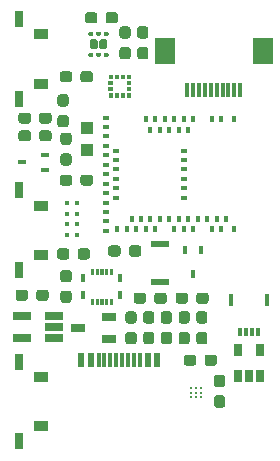
<source format=gbr>
%TF.GenerationSoftware,KiCad,Pcbnew,(5.99.0-2309-gaf729d578)*%
%TF.CreationDate,2020-09-26T21:13:39-04:00*%
%TF.ProjectId,mk2,6d6b322e-6b69-4636-9164-5f7063625858,rev?*%
%TF.SameCoordinates,Original*%
%TF.FileFunction,Paste,Top*%
%TF.FilePolarity,Positive*%
%FSLAX46Y46*%
G04 Gerber Fmt 4.6, Leading zero omitted, Abs format (unit mm)*
G04 Created by KiCad (PCBNEW (5.99.0-2309-gaf729d578)) date 2020-09-26 21:13:39*
%MOMM*%
%LPD*%
G01*
G04 APERTURE LIST*
%ADD10C,0.010000*%
%ADD11R,0.300000X1.000000*%
%ADD12R,0.300000X0.700000*%
%ADD13R,0.450000X0.655000*%
%ADD14R,0.420000X0.400000*%
%ADD15C,0.229500*%
%ADD16R,0.300000X1.300000*%
%ADD17R,1.800000X2.200000*%
%ADD18R,0.700000X0.450000*%
%ADD19R,0.600000X1.160000*%
%ADD20R,0.300000X1.160000*%
%ADD21R,0.800000X1.450000*%
%ADD22R,1.270000X0.900000*%
%ADD23R,0.450000X0.700000*%
%ADD24R,1.100000X1.050000*%
%ADD25R,0.650000X1.060000*%
%ADD26R,1.560000X0.650000*%
%ADD27R,1.500000X0.550000*%
%ADD28R,0.400000X0.600000*%
%ADD29R,0.600000X0.400000*%
%ADD30R,1.220000X0.650000*%
G04 APERTURE END LIST*
%TO.C,U4*%
G36*
X20875000Y-18875000D02*
G01*
X20575000Y-18875000D01*
X20575000Y-18625000D01*
X20875000Y-18625000D01*
X20875000Y-18875000D01*
G37*
D10*
X20875000Y-18875000D02*
X20575000Y-18875000D01*
X20575000Y-18625000D01*
X20875000Y-18625000D01*
X20875000Y-18875000D01*
G36*
X20875000Y-19375000D02*
G01*
X20575000Y-19375000D01*
X20575000Y-19125000D01*
X20875000Y-19125000D01*
X20875000Y-19375000D01*
G37*
X20875000Y-19375000D02*
X20575000Y-19375000D01*
X20575000Y-19125000D01*
X20875000Y-19125000D01*
X20875000Y-19375000D01*
G36*
X22425000Y-18875000D02*
G01*
X22125000Y-18875000D01*
X22125000Y-18625000D01*
X22425000Y-18625000D01*
X22425000Y-18875000D01*
G37*
X22425000Y-18875000D02*
X22125000Y-18875000D01*
X22125000Y-18625000D01*
X22425000Y-18625000D01*
X22425000Y-18875000D01*
G36*
X22425000Y-19375000D02*
G01*
X22125000Y-19375000D01*
X22125000Y-19125000D01*
X22425000Y-19125000D01*
X22425000Y-19375000D01*
G37*
X22425000Y-19375000D02*
X22125000Y-19375000D01*
X22125000Y-19125000D01*
X22425000Y-19125000D01*
X22425000Y-19375000D01*
G36*
X22375000Y-18375000D02*
G01*
X22125000Y-18375000D01*
X22125000Y-18075000D01*
X22375000Y-18075000D01*
X22375000Y-18375000D01*
G37*
X22375000Y-18375000D02*
X22125000Y-18375000D01*
X22125000Y-18075000D01*
X22375000Y-18075000D01*
X22375000Y-18375000D01*
G36*
X21875000Y-18375000D02*
G01*
X21625000Y-18375000D01*
X21625000Y-18075000D01*
X21875000Y-18075000D01*
X21875000Y-18375000D01*
G37*
X21875000Y-18375000D02*
X21625000Y-18375000D01*
X21625000Y-18075000D01*
X21875000Y-18075000D01*
X21875000Y-18375000D01*
G36*
X21375000Y-18375000D02*
G01*
X21125000Y-18375000D01*
X21125000Y-18075000D01*
X21375000Y-18075000D01*
X21375000Y-18375000D01*
G37*
X21375000Y-18375000D02*
X21125000Y-18375000D01*
X21125000Y-18075000D01*
X21375000Y-18075000D01*
X21375000Y-18375000D01*
G36*
X20875000Y-18375000D02*
G01*
X20625000Y-18375000D01*
X20625000Y-18075000D01*
X20875000Y-18075000D01*
X20875000Y-18375000D01*
G37*
X20875000Y-18375000D02*
X20625000Y-18375000D01*
X20625000Y-18075000D01*
X20875000Y-18075000D01*
X20875000Y-18375000D01*
G36*
X20875000Y-19925000D02*
G01*
X20625000Y-19925000D01*
X20625000Y-19625000D01*
X20875000Y-19625000D01*
X20875000Y-19925000D01*
G37*
X20875000Y-19925000D02*
X20625000Y-19925000D01*
X20625000Y-19625000D01*
X20875000Y-19625000D01*
X20875000Y-19925000D01*
G36*
X21375000Y-19925000D02*
G01*
X21125000Y-19925000D01*
X21125000Y-19625000D01*
X21375000Y-19625000D01*
X21375000Y-19925000D01*
G37*
X21375000Y-19925000D02*
X21125000Y-19925000D01*
X21125000Y-19625000D01*
X21375000Y-19625000D01*
X21375000Y-19925000D01*
G36*
X21875000Y-19925000D02*
G01*
X21625000Y-19925000D01*
X21625000Y-19625000D01*
X21875000Y-19625000D01*
X21875000Y-19925000D01*
G37*
X21875000Y-19925000D02*
X21625000Y-19925000D01*
X21625000Y-19625000D01*
X21875000Y-19625000D01*
X21875000Y-19925000D01*
G36*
X22375000Y-19925000D02*
G01*
X22125000Y-19925000D01*
X22125000Y-19625000D01*
X22375000Y-19625000D01*
X22375000Y-19925000D01*
G37*
X22375000Y-19925000D02*
X22125000Y-19925000D01*
X22125000Y-19625000D01*
X22375000Y-19625000D01*
X22375000Y-19925000D01*
%TO.C,P1*%
G36*
X19299106Y-34910000D02*
G01*
X19100000Y-34910000D01*
X19100000Y-34498090D01*
X19299106Y-34498090D01*
X19299106Y-34910000D01*
G37*
X19299106Y-34910000D02*
X19100000Y-34910000D01*
X19100000Y-34498090D01*
X19299106Y-34498090D01*
X19299106Y-34910000D01*
G36*
X20900094Y-34910000D02*
G01*
X20700000Y-34910000D01*
X20700000Y-34499840D01*
X20900094Y-34499840D01*
X20900094Y-34910000D01*
G37*
X20900094Y-34910000D02*
X20700000Y-34910000D01*
X20700000Y-34499840D01*
X20900094Y-34499840D01*
X20900094Y-34910000D01*
G36*
X20500606Y-34910000D02*
G01*
X20300000Y-34910000D01*
X20300000Y-34498180D01*
X20500606Y-34498180D01*
X20500606Y-34910000D01*
G37*
X20500606Y-34910000D02*
X20300000Y-34910000D01*
X20300000Y-34498180D01*
X20500606Y-34498180D01*
X20500606Y-34910000D01*
G36*
X19699850Y-34910000D02*
G01*
X19500000Y-34910000D01*
X19500000Y-34499250D01*
X19699850Y-34499250D01*
X19699850Y-34910000D01*
G37*
X19699850Y-34910000D02*
X19500000Y-34910000D01*
X19500000Y-34499250D01*
X19699850Y-34499250D01*
X19699850Y-34910000D01*
G36*
X20100100Y-34910000D02*
G01*
X19900000Y-34910000D01*
X19900000Y-34498520D01*
X20100100Y-34498520D01*
X20100100Y-34910000D01*
G37*
X20100100Y-34910000D02*
X19900000Y-34910000D01*
X19900000Y-34498520D01*
X20100100Y-34498520D01*
X20100100Y-34910000D01*
G36*
X19298706Y-37500000D02*
G01*
X19100000Y-37500000D01*
X19100000Y-37092010D01*
X19298706Y-37092010D01*
X19298706Y-37500000D01*
G37*
X19298706Y-37500000D02*
X19100000Y-37500000D01*
X19100000Y-37092010D01*
X19298706Y-37092010D01*
X19298706Y-37500000D01*
G36*
X20900100Y-37500000D02*
G01*
X20700000Y-37500000D01*
X20700000Y-37090120D01*
X20900100Y-37090120D01*
X20900100Y-37500000D01*
G37*
X20900100Y-37500000D02*
X20700000Y-37500000D01*
X20700000Y-37090120D01*
X20900100Y-37090120D01*
X20900100Y-37500000D01*
G36*
X20500103Y-37500000D02*
G01*
X20300000Y-37500000D01*
X20300000Y-37090230D01*
X20500103Y-37090230D01*
X20500103Y-37500000D01*
G37*
X20500103Y-37500000D02*
X20300000Y-37500000D01*
X20300000Y-37090230D01*
X20500103Y-37090230D01*
X20500103Y-37500000D01*
G36*
X19699541Y-37500000D02*
G01*
X19500000Y-37500000D01*
X19500000Y-37091670D01*
X19699541Y-37091670D01*
X19699541Y-37500000D01*
G37*
X19699541Y-37500000D02*
X19500000Y-37500000D01*
X19500000Y-37091670D01*
X19699541Y-37091670D01*
X19699541Y-37500000D01*
G36*
X20100078Y-37500000D02*
G01*
X19900000Y-37500000D01*
X19900000Y-37090860D01*
X20100078Y-37090860D01*
X20100078Y-37500000D01*
G37*
X20100078Y-37500000D02*
X19900000Y-37500000D01*
X19900000Y-37090860D01*
X20100078Y-37090860D01*
X20100078Y-37500000D01*
%TD*%
%TO.C,U1*%
G36*
G01*
X20322500Y-15935000D02*
X19977500Y-15935000D01*
G75*
G02*
X19805000Y-15762500I0J172500D01*
G01*
X19805000Y-15237500D01*
G75*
G02*
X19977500Y-15065000I172500J0D01*
G01*
X20322500Y-15065000D01*
G75*
G02*
X20495000Y-15237500I0J-172500D01*
G01*
X20495000Y-15762500D01*
G75*
G02*
X20322500Y-15935000I-172500J0D01*
G01*
G37*
G36*
G01*
X19522500Y-15935000D02*
X19177500Y-15935000D01*
G75*
G02*
X19005000Y-15762500I0J172500D01*
G01*
X19005000Y-15237500D01*
G75*
G02*
X19177500Y-15065000I172500J0D01*
G01*
X19522500Y-15065000D01*
G75*
G02*
X19695000Y-15237500I0J-172500D01*
G01*
X19695000Y-15762500D01*
G75*
G02*
X19522500Y-15935000I-172500J0D01*
G01*
G37*
G36*
G01*
X19206250Y-14800000D02*
X18993750Y-14800000D01*
G75*
G02*
X18900000Y-14706250I0J93750D01*
G01*
X18900000Y-14518750D01*
G75*
G02*
X18993750Y-14425000I93750J0D01*
G01*
X19206250Y-14425000D01*
G75*
G02*
X19300000Y-14518750I0J-93750D01*
G01*
X19300000Y-14706250D01*
G75*
G02*
X19206250Y-14800000I-93750J0D01*
G01*
G37*
G36*
G01*
X19856250Y-14800000D02*
X19643750Y-14800000D01*
G75*
G02*
X19550000Y-14706250I0J93750D01*
G01*
X19550000Y-14518750D01*
G75*
G02*
X19643750Y-14425000I93750J0D01*
G01*
X19856250Y-14425000D01*
G75*
G02*
X19950000Y-14518750I0J-93750D01*
G01*
X19950000Y-14706250D01*
G75*
G02*
X19856250Y-14800000I-93750J0D01*
G01*
G37*
G36*
G01*
X20506250Y-14800000D02*
X20293750Y-14800000D01*
G75*
G02*
X20200000Y-14706250I0J93750D01*
G01*
X20200000Y-14518750D01*
G75*
G02*
X20293750Y-14425000I93750J0D01*
G01*
X20506250Y-14425000D01*
G75*
G02*
X20600000Y-14518750I0J-93750D01*
G01*
X20600000Y-14706250D01*
G75*
G02*
X20506250Y-14800000I-93750J0D01*
G01*
G37*
G36*
G01*
X20506250Y-16575000D02*
X20293750Y-16575000D01*
G75*
G02*
X20200000Y-16481250I0J93750D01*
G01*
X20200000Y-16293750D01*
G75*
G02*
X20293750Y-16200000I93750J0D01*
G01*
X20506250Y-16200000D01*
G75*
G02*
X20600000Y-16293750I0J-93750D01*
G01*
X20600000Y-16481250D01*
G75*
G02*
X20506250Y-16575000I-93750J0D01*
G01*
G37*
G36*
G01*
X19856250Y-16575000D02*
X19643750Y-16575000D01*
G75*
G02*
X19550000Y-16481250I0J93750D01*
G01*
X19550000Y-16293750D01*
G75*
G02*
X19643750Y-16200000I93750J0D01*
G01*
X19856250Y-16200000D01*
G75*
G02*
X19950000Y-16293750I0J-93750D01*
G01*
X19950000Y-16481250D01*
G75*
G02*
X19856250Y-16575000I-93750J0D01*
G01*
G37*
G36*
G01*
X19206250Y-16575000D02*
X18993750Y-16575000D01*
G75*
G02*
X18900000Y-16481250I0J93750D01*
G01*
X18900000Y-16293750D01*
G75*
G02*
X18993750Y-16200000I93750J0D01*
G01*
X19206250Y-16200000D01*
G75*
G02*
X19300000Y-16293750I0J-93750D01*
G01*
X19300000Y-16481250D01*
G75*
G02*
X19206250Y-16575000I-93750J0D01*
G01*
G37*
%TD*%
%TO.C,C8*%
G36*
G01*
X17525000Y-18012500D02*
X17525000Y-18487500D01*
G75*
G02*
X17287500Y-18725000I-237500J0D01*
G01*
X16712500Y-18725000D01*
G75*
G02*
X16475000Y-18487500I0J237500D01*
G01*
X16475000Y-18012500D01*
G75*
G02*
X16712500Y-17775000I237500J0D01*
G01*
X17287500Y-17775000D01*
G75*
G02*
X17525000Y-18012500I0J-237500D01*
G01*
G37*
G36*
G01*
X19275000Y-18012500D02*
X19275000Y-18487500D01*
G75*
G02*
X19037500Y-18725000I-237500J0D01*
G01*
X18462500Y-18725000D01*
G75*
G02*
X18225000Y-18487500I0J237500D01*
G01*
X18225000Y-18012500D01*
G75*
G02*
X18462500Y-17775000I237500J0D01*
G01*
X19037500Y-17775000D01*
G75*
G02*
X19275000Y-18012500I0J-237500D01*
G01*
G37*
%TD*%
%TO.C,C6*%
G36*
G01*
X22237500Y-15025000D02*
X21762500Y-15025000D01*
G75*
G02*
X21525000Y-14787500I0J237500D01*
G01*
X21525000Y-14212500D01*
G75*
G02*
X21762500Y-13975000I237500J0D01*
G01*
X22237500Y-13975000D01*
G75*
G02*
X22475000Y-14212500I0J-237500D01*
G01*
X22475000Y-14787500D01*
G75*
G02*
X22237500Y-15025000I-237500J0D01*
G01*
G37*
G36*
G01*
X22237500Y-16775000D02*
X21762500Y-16775000D01*
G75*
G02*
X21525000Y-16537500I0J237500D01*
G01*
X21525000Y-15962500D01*
G75*
G02*
X21762500Y-15725000I237500J0D01*
G01*
X22237500Y-15725000D01*
G75*
G02*
X22475000Y-15962500I0J-237500D01*
G01*
X22475000Y-16537500D01*
G75*
G02*
X22237500Y-16775000I-237500J0D01*
G01*
G37*
%TD*%
%TO.C,C5*%
G36*
G01*
X19650000Y-13012500D02*
X19650000Y-13487500D01*
G75*
G02*
X19412500Y-13725000I-237500J0D01*
G01*
X18837500Y-13725000D01*
G75*
G02*
X18600000Y-13487500I0J237500D01*
G01*
X18600000Y-13012500D01*
G75*
G02*
X18837500Y-12775000I237500J0D01*
G01*
X19412500Y-12775000D01*
G75*
G02*
X19650000Y-13012500I0J-237500D01*
G01*
G37*
G36*
G01*
X21400000Y-13012500D02*
X21400000Y-13487500D01*
G75*
G02*
X21162500Y-13725000I-237500J0D01*
G01*
X20587500Y-13725000D01*
G75*
G02*
X20350000Y-13487500I0J237500D01*
G01*
X20350000Y-13012500D01*
G75*
G02*
X20587500Y-12775000I237500J0D01*
G01*
X21162500Y-12775000D01*
G75*
G02*
X21400000Y-13012500I0J-237500D01*
G01*
G37*
%TD*%
D11*
%TO.C,J4*%
X30960000Y-37175000D03*
X34040000Y-37175000D03*
D12*
X31750000Y-39825000D03*
X32250000Y-39825000D03*
X32750000Y-39825000D03*
X33250000Y-39825000D03*
%TD*%
%TO.C,R16*%
G36*
G01*
X14025000Y-21512500D02*
X14025000Y-21987500D01*
G75*
G02*
X13787500Y-22225000I-237500J0D01*
G01*
X13212500Y-22225000D01*
G75*
G02*
X12975000Y-21987500I0J237500D01*
G01*
X12975000Y-21512500D01*
G75*
G02*
X13212500Y-21275000I237500J0D01*
G01*
X13787500Y-21275000D01*
G75*
G02*
X14025000Y-21512500I0J-237500D01*
G01*
G37*
G36*
G01*
X15775000Y-21512500D02*
X15775000Y-21987500D01*
G75*
G02*
X15537500Y-22225000I-237500J0D01*
G01*
X14962500Y-22225000D01*
G75*
G02*
X14725000Y-21987500I0J237500D01*
G01*
X14725000Y-21512500D01*
G75*
G02*
X14962500Y-21275000I237500J0D01*
G01*
X15537500Y-21275000D01*
G75*
G02*
X15775000Y-21512500I0J-237500D01*
G01*
G37*
%TD*%
%TO.C,R15*%
G36*
G01*
X14025000Y-23012500D02*
X14025000Y-23487500D01*
G75*
G02*
X13787500Y-23725000I-237500J0D01*
G01*
X13212500Y-23725000D01*
G75*
G02*
X12975000Y-23487500I0J237500D01*
G01*
X12975000Y-23012500D01*
G75*
G02*
X13212500Y-22775000I237500J0D01*
G01*
X13787500Y-22775000D01*
G75*
G02*
X14025000Y-23012500I0J-237500D01*
G01*
G37*
G36*
G01*
X15775000Y-23012500D02*
X15775000Y-23487500D01*
G75*
G02*
X15537500Y-23725000I-237500J0D01*
G01*
X14962500Y-23725000D01*
G75*
G02*
X14725000Y-23487500I0J237500D01*
G01*
X14725000Y-23012500D01*
G75*
G02*
X14962500Y-22775000I237500J0D01*
G01*
X15537500Y-22775000D01*
G75*
G02*
X15775000Y-23012500I0J-237500D01*
G01*
G37*
%TD*%
%TO.C,R14*%
G36*
G01*
X24475000Y-37237500D02*
X24475000Y-36762500D01*
G75*
G02*
X24712500Y-36525000I237500J0D01*
G01*
X25287500Y-36525000D01*
G75*
G02*
X25525000Y-36762500I0J-237500D01*
G01*
X25525000Y-37237500D01*
G75*
G02*
X25287500Y-37475000I-237500J0D01*
G01*
X24712500Y-37475000D01*
G75*
G02*
X24475000Y-37237500I0J237500D01*
G01*
G37*
G36*
G01*
X22725000Y-37237500D02*
X22725000Y-36762500D01*
G75*
G02*
X22962500Y-36525000I237500J0D01*
G01*
X23537500Y-36525000D01*
G75*
G02*
X23775000Y-36762500I0J-237500D01*
G01*
X23775000Y-37237500D01*
G75*
G02*
X23537500Y-37475000I-237500J0D01*
G01*
X22962500Y-37475000D01*
G75*
G02*
X22725000Y-37237500I0J237500D01*
G01*
G37*
%TD*%
%TO.C,R13*%
G36*
G01*
X28026000Y-37237500D02*
X28026000Y-36762500D01*
G75*
G02*
X28263500Y-36525000I237500J0D01*
G01*
X28838500Y-36525000D01*
G75*
G02*
X29076000Y-36762500I0J-237500D01*
G01*
X29076000Y-37237500D01*
G75*
G02*
X28838500Y-37475000I-237500J0D01*
G01*
X28263500Y-37475000D01*
G75*
G02*
X28026000Y-37237500I0J237500D01*
G01*
G37*
G36*
G01*
X26276000Y-37237500D02*
X26276000Y-36762500D01*
G75*
G02*
X26513500Y-36525000I237500J0D01*
G01*
X27088500Y-36525000D01*
G75*
G02*
X27326000Y-36762500I0J-237500D01*
G01*
X27326000Y-37237500D01*
G75*
G02*
X27088500Y-37475000I-237500J0D01*
G01*
X26513500Y-37475000D01*
G75*
G02*
X26276000Y-37237500I0J237500D01*
G01*
G37*
%TD*%
%TO.C,R12*%
G36*
G01*
X27237500Y-39150000D02*
X26762500Y-39150000D01*
G75*
G02*
X26525000Y-38912500I0J237500D01*
G01*
X26525000Y-38337500D01*
G75*
G02*
X26762500Y-38100000I237500J0D01*
G01*
X27237500Y-38100000D01*
G75*
G02*
X27475000Y-38337500I0J-237500D01*
G01*
X27475000Y-38912500D01*
G75*
G02*
X27237500Y-39150000I-237500J0D01*
G01*
G37*
G36*
G01*
X27237500Y-40900000D02*
X26762500Y-40900000D01*
G75*
G02*
X26525000Y-40662500I0J237500D01*
G01*
X26525000Y-40087500D01*
G75*
G02*
X26762500Y-39850000I237500J0D01*
G01*
X27237500Y-39850000D01*
G75*
G02*
X27475000Y-40087500I0J-237500D01*
G01*
X27475000Y-40662500D01*
G75*
G02*
X27237500Y-40900000I-237500J0D01*
G01*
G37*
%TD*%
%TO.C,R11*%
G36*
G01*
X22737500Y-39150000D02*
X22262500Y-39150000D01*
G75*
G02*
X22025000Y-38912500I0J237500D01*
G01*
X22025000Y-38337500D01*
G75*
G02*
X22262500Y-38100000I237500J0D01*
G01*
X22737500Y-38100000D01*
G75*
G02*
X22975000Y-38337500I0J-237500D01*
G01*
X22975000Y-38912500D01*
G75*
G02*
X22737500Y-39150000I-237500J0D01*
G01*
G37*
G36*
G01*
X22737500Y-40900000D02*
X22262500Y-40900000D01*
G75*
G02*
X22025000Y-40662500I0J237500D01*
G01*
X22025000Y-40087500D01*
G75*
G02*
X22262500Y-39850000I237500J0D01*
G01*
X22737500Y-39850000D01*
G75*
G02*
X22975000Y-40087500I0J-237500D01*
G01*
X22975000Y-40662500D01*
G75*
G02*
X22737500Y-40900000I-237500J0D01*
G01*
G37*
%TD*%
%TO.C,R9*%
G36*
G01*
X28262500Y-39850000D02*
X28737500Y-39850000D01*
G75*
G02*
X28975000Y-40087500I0J-237500D01*
G01*
X28975000Y-40662500D01*
G75*
G02*
X28737500Y-40900000I-237500J0D01*
G01*
X28262500Y-40900000D01*
G75*
G02*
X28025000Y-40662500I0J237500D01*
G01*
X28025000Y-40087500D01*
G75*
G02*
X28262500Y-39850000I237500J0D01*
G01*
G37*
G36*
G01*
X28262500Y-38100000D02*
X28737500Y-38100000D01*
G75*
G02*
X28975000Y-38337500I0J-237500D01*
G01*
X28975000Y-38912500D01*
G75*
G02*
X28737500Y-39150000I-237500J0D01*
G01*
X28262500Y-39150000D01*
G75*
G02*
X28025000Y-38912500I0J237500D01*
G01*
X28025000Y-38337500D01*
G75*
G02*
X28262500Y-38100000I237500J0D01*
G01*
G37*
%TD*%
%TO.C,R6*%
G36*
G01*
X22319000Y-33237500D02*
X22319000Y-32762500D01*
G75*
G02*
X22556500Y-32525000I237500J0D01*
G01*
X23131500Y-32525000D01*
G75*
G02*
X23369000Y-32762500I0J-237500D01*
G01*
X23369000Y-33237500D01*
G75*
G02*
X23131500Y-33475000I-237500J0D01*
G01*
X22556500Y-33475000D01*
G75*
G02*
X22319000Y-33237500I0J237500D01*
G01*
G37*
G36*
G01*
X20569000Y-33237500D02*
X20569000Y-32762500D01*
G75*
G02*
X20806500Y-32525000I237500J0D01*
G01*
X21381500Y-32525000D01*
G75*
G02*
X21619000Y-32762500I0J-237500D01*
G01*
X21619000Y-33237500D01*
G75*
G02*
X21381500Y-33475000I-237500J0D01*
G01*
X20806500Y-33475000D01*
G75*
G02*
X20569000Y-33237500I0J237500D01*
G01*
G37*
%TD*%
%TO.C,R4*%
G36*
G01*
X25262500Y-39850000D02*
X25737500Y-39850000D01*
G75*
G02*
X25975000Y-40087500I0J-237500D01*
G01*
X25975000Y-40662500D01*
G75*
G02*
X25737500Y-40900000I-237500J0D01*
G01*
X25262500Y-40900000D01*
G75*
G02*
X25025000Y-40662500I0J237500D01*
G01*
X25025000Y-40087500D01*
G75*
G02*
X25262500Y-39850000I237500J0D01*
G01*
G37*
G36*
G01*
X25262500Y-38100000D02*
X25737500Y-38100000D01*
G75*
G02*
X25975000Y-38337500I0J-237500D01*
G01*
X25975000Y-38912500D01*
G75*
G02*
X25737500Y-39150000I-237500J0D01*
G01*
X25262500Y-39150000D01*
G75*
G02*
X25025000Y-38912500I0J237500D01*
G01*
X25025000Y-38337500D01*
G75*
G02*
X25262500Y-38100000I237500J0D01*
G01*
G37*
%TD*%
%TO.C,R3*%
G36*
G01*
X23762500Y-39850000D02*
X24237500Y-39850000D01*
G75*
G02*
X24475000Y-40087500I0J-237500D01*
G01*
X24475000Y-40662500D01*
G75*
G02*
X24237500Y-40900000I-237500J0D01*
G01*
X23762500Y-40900000D01*
G75*
G02*
X23525000Y-40662500I0J237500D01*
G01*
X23525000Y-40087500D01*
G75*
G02*
X23762500Y-39850000I237500J0D01*
G01*
G37*
G36*
G01*
X23762500Y-38100000D02*
X24237500Y-38100000D01*
G75*
G02*
X24475000Y-38337500I0J-237500D01*
G01*
X24475000Y-38912500D01*
G75*
G02*
X24237500Y-39150000I-237500J0D01*
G01*
X23762500Y-39150000D01*
G75*
G02*
X23525000Y-38912500I0J237500D01*
G01*
X23525000Y-38337500D01*
G75*
G02*
X23762500Y-38100000I237500J0D01*
G01*
G37*
%TD*%
%TO.C,C20*%
G36*
G01*
X28025000Y-42012500D02*
X28025000Y-42487500D01*
G75*
G02*
X27787500Y-42725000I-237500J0D01*
G01*
X27212500Y-42725000D01*
G75*
G02*
X26975000Y-42487500I0J237500D01*
G01*
X26975000Y-42012500D01*
G75*
G02*
X27212500Y-41775000I237500J0D01*
G01*
X27787500Y-41775000D01*
G75*
G02*
X28025000Y-42012500I0J-237500D01*
G01*
G37*
G36*
G01*
X29775000Y-42012500D02*
X29775000Y-42487500D01*
G75*
G02*
X29537500Y-42725000I-237500J0D01*
G01*
X28962500Y-42725000D01*
G75*
G02*
X28725000Y-42487500I0J237500D01*
G01*
X28725000Y-42012500D01*
G75*
G02*
X28962500Y-41775000I237500J0D01*
G01*
X29537500Y-41775000D01*
G75*
G02*
X29775000Y-42012500I0J-237500D01*
G01*
G37*
%TD*%
%TO.C,C10*%
G36*
G01*
X30237500Y-44525000D02*
X29762500Y-44525000D01*
G75*
G02*
X29525000Y-44287500I0J237500D01*
G01*
X29525000Y-43712500D01*
G75*
G02*
X29762500Y-43475000I237500J0D01*
G01*
X30237500Y-43475000D01*
G75*
G02*
X30475000Y-43712500I0J-237500D01*
G01*
X30475000Y-44287500D01*
G75*
G02*
X30237500Y-44525000I-237500J0D01*
G01*
G37*
G36*
G01*
X30237500Y-46275000D02*
X29762500Y-46275000D01*
G75*
G02*
X29525000Y-46037500I0J237500D01*
G01*
X29525000Y-45462500D01*
G75*
G02*
X29762500Y-45225000I237500J0D01*
G01*
X30237500Y-45225000D01*
G75*
G02*
X30475000Y-45462500I0J-237500D01*
G01*
X30475000Y-46037500D01*
G75*
G02*
X30237500Y-46275000I-237500J0D01*
G01*
G37*
%TD*%
%TO.C,C9*%
G36*
G01*
X23737500Y-15025000D02*
X23262500Y-15025000D01*
G75*
G02*
X23025000Y-14787500I0J237500D01*
G01*
X23025000Y-14212500D01*
G75*
G02*
X23262500Y-13975000I237500J0D01*
G01*
X23737500Y-13975000D01*
G75*
G02*
X23975000Y-14212500I0J-237500D01*
G01*
X23975000Y-14787500D01*
G75*
G02*
X23737500Y-15025000I-237500J0D01*
G01*
G37*
G36*
G01*
X23737500Y-16775000D02*
X23262500Y-16775000D01*
G75*
G02*
X23025000Y-16537500I0J237500D01*
G01*
X23025000Y-15962500D01*
G75*
G02*
X23262500Y-15725000I237500J0D01*
G01*
X23737500Y-15725000D01*
G75*
G02*
X23975000Y-15962500I0J-237500D01*
G01*
X23975000Y-16537500D01*
G75*
G02*
X23737500Y-16775000I-237500J0D01*
G01*
G37*
%TD*%
%TO.C,C7*%
G36*
G01*
X17975000Y-33487500D02*
X17975000Y-33012500D01*
G75*
G02*
X18212500Y-32775000I237500J0D01*
G01*
X18787500Y-32775000D01*
G75*
G02*
X19025000Y-33012500I0J-237500D01*
G01*
X19025000Y-33487500D01*
G75*
G02*
X18787500Y-33725000I-237500J0D01*
G01*
X18212500Y-33725000D01*
G75*
G02*
X17975000Y-33487500I0J237500D01*
G01*
G37*
G36*
G01*
X16225000Y-33487500D02*
X16225000Y-33012500D01*
G75*
G02*
X16462500Y-32775000I237500J0D01*
G01*
X17037500Y-32775000D01*
G75*
G02*
X17275000Y-33012500I0J-237500D01*
G01*
X17275000Y-33487500D01*
G75*
G02*
X17037500Y-33725000I-237500J0D01*
G01*
X16462500Y-33725000D01*
G75*
G02*
X16225000Y-33487500I0J237500D01*
G01*
G37*
%TD*%
%TO.C,C4*%
G36*
G01*
X16762500Y-36350000D02*
X17237500Y-36350000D01*
G75*
G02*
X17475000Y-36587500I0J-237500D01*
G01*
X17475000Y-37162500D01*
G75*
G02*
X17237500Y-37400000I-237500J0D01*
G01*
X16762500Y-37400000D01*
G75*
G02*
X16525000Y-37162500I0J237500D01*
G01*
X16525000Y-36587500D01*
G75*
G02*
X16762500Y-36350000I237500J0D01*
G01*
G37*
G36*
G01*
X16762500Y-34600000D02*
X17237500Y-34600000D01*
G75*
G02*
X17475000Y-34837500I0J-237500D01*
G01*
X17475000Y-35412500D01*
G75*
G02*
X17237500Y-35650000I-237500J0D01*
G01*
X16762500Y-35650000D01*
G75*
G02*
X16525000Y-35412500I0J237500D01*
G01*
X16525000Y-34837500D01*
G75*
G02*
X16762500Y-34600000I237500J0D01*
G01*
G37*
%TD*%
%TO.C,C3*%
G36*
G01*
X17525000Y-26762500D02*
X17525000Y-27237500D01*
G75*
G02*
X17287500Y-27475000I-237500J0D01*
G01*
X16712500Y-27475000D01*
G75*
G02*
X16475000Y-27237500I0J237500D01*
G01*
X16475000Y-26762500D01*
G75*
G02*
X16712500Y-26525000I237500J0D01*
G01*
X17287500Y-26525000D01*
G75*
G02*
X17525000Y-26762500I0J-237500D01*
G01*
G37*
G36*
G01*
X19275000Y-26762500D02*
X19275000Y-27237500D01*
G75*
G02*
X19037500Y-27475000I-237500J0D01*
G01*
X18462500Y-27475000D01*
G75*
G02*
X18225000Y-27237500I0J237500D01*
G01*
X18225000Y-26762500D01*
G75*
G02*
X18462500Y-26525000I237500J0D01*
G01*
X19037500Y-26525000D01*
G75*
G02*
X19275000Y-26762500I0J-237500D01*
G01*
G37*
%TD*%
%TO.C,C2*%
G36*
G01*
X16762500Y-24725000D02*
X17237500Y-24725000D01*
G75*
G02*
X17475000Y-24962500I0J-237500D01*
G01*
X17475000Y-25537500D01*
G75*
G02*
X17237500Y-25775000I-237500J0D01*
G01*
X16762500Y-25775000D01*
G75*
G02*
X16525000Y-25537500I0J237500D01*
G01*
X16525000Y-24962500D01*
G75*
G02*
X16762500Y-24725000I237500J0D01*
G01*
G37*
G36*
G01*
X16762500Y-22975000D02*
X17237500Y-22975000D01*
G75*
G02*
X17475000Y-23212500I0J-237500D01*
G01*
X17475000Y-23787500D01*
G75*
G02*
X17237500Y-24025000I-237500J0D01*
G01*
X16762500Y-24025000D01*
G75*
G02*
X16525000Y-23787500I0J237500D01*
G01*
X16525000Y-23212500D01*
G75*
G02*
X16762500Y-22975000I237500J0D01*
G01*
G37*
%TD*%
%TO.C,C1*%
G36*
G01*
X16512500Y-21475000D02*
X16987500Y-21475000D01*
G75*
G02*
X17225000Y-21712500I0J-237500D01*
G01*
X17225000Y-22287500D01*
G75*
G02*
X16987500Y-22525000I-237500J0D01*
G01*
X16512500Y-22525000D01*
G75*
G02*
X16275000Y-22287500I0J237500D01*
G01*
X16275000Y-21712500D01*
G75*
G02*
X16512500Y-21475000I237500J0D01*
G01*
G37*
G36*
G01*
X16512500Y-19725000D02*
X16987500Y-19725000D01*
G75*
G02*
X17225000Y-19962500I0J-237500D01*
G01*
X17225000Y-20537500D01*
G75*
G02*
X16987500Y-20775000I-237500J0D01*
G01*
X16512500Y-20775000D01*
G75*
G02*
X16275000Y-20537500I0J237500D01*
G01*
X16275000Y-19962500D01*
G75*
G02*
X16512500Y-19725000I237500J0D01*
G01*
G37*
%TD*%
D13*
%TO.C,P1*%
X18400000Y-36702500D03*
X18400000Y-35297500D03*
X21600000Y-35297500D03*
X21600000Y-36702500D03*
%TD*%
D14*
%TO.C,IC2*%
X17950000Y-28950000D03*
X17950000Y-29850000D03*
X17950000Y-30750000D03*
X17950000Y-31650000D03*
X17050000Y-28950000D03*
X17050000Y-29850000D03*
X17050000Y-30750000D03*
X17050000Y-31650000D03*
%TD*%
D15*
%TO.C,U6*%
X28400000Y-45400000D03*
X28000000Y-45400000D03*
X27600000Y-45400000D03*
X28400000Y-45000000D03*
X28000000Y-45000000D03*
X27600000Y-45000000D03*
X28400000Y-44600000D03*
X28000000Y-44600000D03*
X27600000Y-44600000D03*
%TD*%
D16*
%TO.C,J1*%
X27250000Y-19350000D03*
X27750000Y-19350000D03*
X28250000Y-19350000D03*
X28750000Y-19350000D03*
X29250000Y-19350000D03*
X29750000Y-19350000D03*
X30250000Y-19350000D03*
X30750000Y-19350000D03*
X31250000Y-19350000D03*
X31750000Y-19350000D03*
D17*
X33650000Y-16100000D03*
X25350000Y-16100000D03*
%TD*%
D18*
%TO.C,Q4*%
X13250000Y-25500000D03*
X15250000Y-24850000D03*
X15250000Y-26150000D03*
%TD*%
D19*
%TO.C,J2*%
X24700000Y-42240000D03*
X23900000Y-42240000D03*
X18300000Y-42240000D03*
X19100000Y-42240000D03*
D20*
X23250000Y-42240000D03*
X22250000Y-42240000D03*
X22750000Y-42240000D03*
X20250000Y-42240000D03*
X19750000Y-42240000D03*
X21750000Y-42240000D03*
X21250000Y-42240000D03*
X20750000Y-42240000D03*
%TD*%
D21*
%TO.C,SW4*%
X13000000Y-49125000D03*
X13000000Y-42375000D03*
D22*
X14885000Y-47850000D03*
X14885000Y-43650000D03*
%TD*%
D21*
%TO.C,SW2*%
X13000000Y-20125000D03*
X13000000Y-13375000D03*
D22*
X14885000Y-18850000D03*
X14885000Y-14650000D03*
%TD*%
D21*
%TO.C,SW1*%
X13000000Y-34625000D03*
X13000000Y-27875000D03*
D22*
X14885000Y-33350000D03*
X14885000Y-29150000D03*
%TD*%
D23*
%TO.C,Q3*%
X27750000Y-34909000D03*
X27100000Y-32909000D03*
X28400000Y-32909000D03*
%TD*%
D24*
%TO.C,Y1*%
X18750000Y-22575000D03*
X18750000Y-24425000D03*
%TD*%
D25*
%TO.C,U3*%
X31550000Y-41400000D03*
X33450000Y-41400000D03*
X33450000Y-43600000D03*
X32500000Y-43600000D03*
X31550000Y-43600000D03*
%TD*%
D26*
%TO.C,U2*%
X13250000Y-40400000D03*
X13250000Y-38500000D03*
X15950000Y-38500000D03*
X15950000Y-39450000D03*
X15950000Y-40400000D03*
%TD*%
D27*
%TO.C,SW_RESET1*%
X24956000Y-35625000D03*
X24956000Y-32375000D03*
%TD*%
%TO.C,L1*%
G36*
G01*
X13775000Y-36512500D02*
X13775000Y-36987500D01*
G75*
G02*
X13537500Y-37225000I-237500J0D01*
G01*
X12962500Y-37225000D01*
G75*
G02*
X12725000Y-36987500I0J237500D01*
G01*
X12725000Y-36512500D01*
G75*
G02*
X12962500Y-36275000I237500J0D01*
G01*
X13537500Y-36275000D01*
G75*
G02*
X13775000Y-36512500I0J-237500D01*
G01*
G37*
G36*
G01*
X15525000Y-36512500D02*
X15525000Y-36987500D01*
G75*
G02*
X15287500Y-37225000I-237500J0D01*
G01*
X14712500Y-37225000D01*
G75*
G02*
X14475000Y-36987500I0J237500D01*
G01*
X14475000Y-36512500D01*
G75*
G02*
X14712500Y-36275000I237500J0D01*
G01*
X15287500Y-36275000D01*
G75*
G02*
X15525000Y-36512500I0J-237500D01*
G01*
G37*
%TD*%
D28*
%TO.C,IC1*%
X31250000Y-21850000D03*
X30150000Y-21850000D03*
X29350000Y-21850000D03*
X27750000Y-21850000D03*
X27350000Y-22750000D03*
X26950000Y-21850000D03*
X26550000Y-22750000D03*
X26150000Y-21850000D03*
X25750000Y-22750000D03*
X25350000Y-21850000D03*
X24950000Y-22750000D03*
X24550000Y-21850000D03*
X24150000Y-22750000D03*
X23750000Y-21850000D03*
D29*
X20350000Y-21700000D03*
X20350000Y-22500000D03*
X20350000Y-23300000D03*
X20350000Y-24100000D03*
X21250000Y-24500000D03*
X20350000Y-24900000D03*
X21250000Y-25300000D03*
X20350000Y-25700000D03*
X21250000Y-26100000D03*
X20350000Y-26500000D03*
X21250000Y-26900000D03*
X20350000Y-27300000D03*
X21250000Y-27700000D03*
X20350000Y-28100000D03*
X21250000Y-28500000D03*
X20350000Y-28900000D03*
X20350000Y-29700000D03*
X20350000Y-30500000D03*
X20350000Y-31300000D03*
D28*
X21350000Y-31150000D03*
X22150000Y-31150000D03*
X22550000Y-30250000D03*
X22950000Y-31150000D03*
X23350000Y-30250000D03*
X23750000Y-31150000D03*
X24150000Y-30250000D03*
X24550000Y-31150000D03*
X24950000Y-30250000D03*
X25750000Y-30250000D03*
X26150000Y-31150000D03*
X26550000Y-30250000D03*
X26950000Y-31150000D03*
X27350000Y-30250000D03*
X27750000Y-31150000D03*
X28150000Y-30250000D03*
X28950000Y-30250000D03*
X29350000Y-31150000D03*
X29750000Y-30250000D03*
X30150000Y-31150000D03*
X30550000Y-30250000D03*
X31250000Y-31150000D03*
D29*
X26950000Y-24500000D03*
X26950000Y-25300000D03*
X26950000Y-26100000D03*
X26950000Y-26900000D03*
X26950000Y-27700000D03*
X26950000Y-28500000D03*
%TD*%
D30*
%TO.C,D1*%
X18000000Y-39500000D03*
X20620000Y-38550000D03*
X20620000Y-40450000D03*
%TD*%
M02*

</source>
